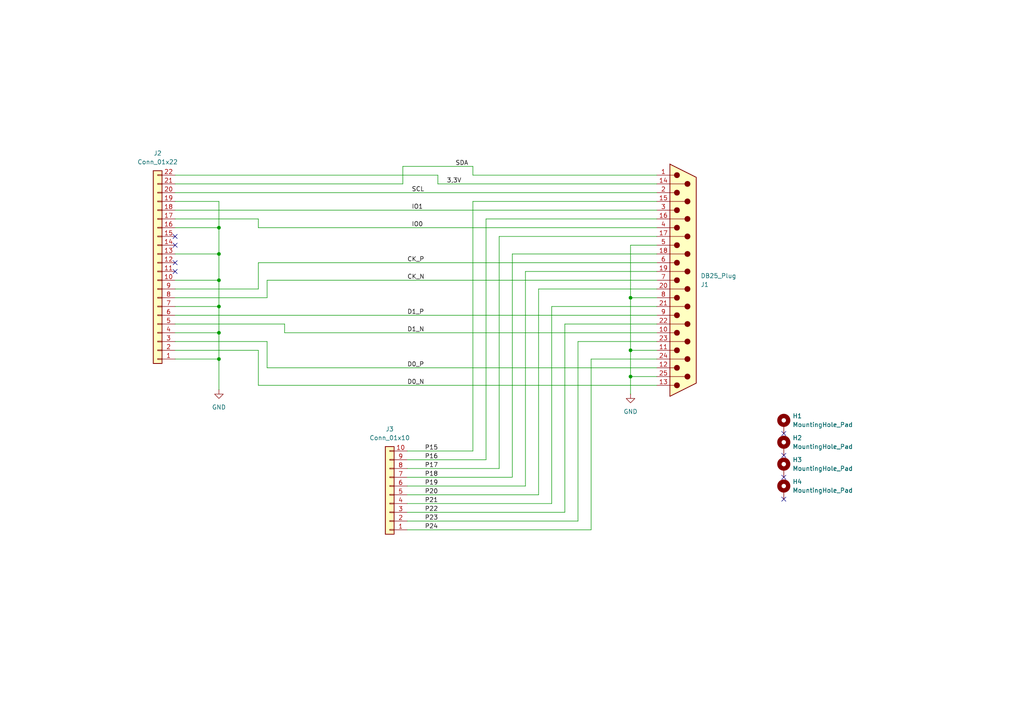
<source format=kicad_sch>
(kicad_sch
	(version 20231120)
	(generator "eeschema")
	(generator_version "8.0")
	(uuid "044f15a3-5b90-4612-b65c-7fc94cbf027b")
	(paper "A4")
	(lib_symbols
		(symbol "Connector:DB25_Plug"
			(pin_names
				(offset 1.016) hide)
			(exclude_from_sim no)
			(in_bom yes)
			(on_board yes)
			(property "Reference" "J"
				(at 0 34.29 0)
				(effects
					(font
						(size 1.27 1.27)
					)
				)
			)
			(property "Value" "DB25_Plug"
				(at 0 -34.925 0)
				(effects
					(font
						(size 1.27 1.27)
					)
				)
			)
			(property "Footprint" ""
				(at 0 0 0)
				(effects
					(font
						(size 1.27 1.27)
					)
					(hide yes)
				)
			)
			(property "Datasheet" "~"
				(at 0 0 0)
				(effects
					(font
						(size 1.27 1.27)
					)
					(hide yes)
				)
			)
			(property "Description" "25-pin male plug pin D-SUB connector"
				(at 0 0 0)
				(effects
					(font
						(size 1.27 1.27)
					)
					(hide yes)
				)
			)
			(property "ki_keywords" "male plug D-SUB connector"
				(at 0 0 0)
				(effects
					(font
						(size 1.27 1.27)
					)
					(hide yes)
				)
			)
			(property "ki_fp_filters" "DSUB*Male*"
				(at 0 0 0)
				(effects
					(font
						(size 1.27 1.27)
					)
					(hide yes)
				)
			)
			(symbol "DB25_Plug_0_1"
				(circle
					(center -1.778 -30.48)
					(radius 0.762)
					(stroke
						(width 0)
						(type default)
					)
					(fill
						(type outline)
					)
				)
				(circle
					(center -1.778 -25.4)
					(radius 0.762)
					(stroke
						(width 0)
						(type default)
					)
					(fill
						(type outline)
					)
				)
				(circle
					(center -1.778 -20.32)
					(radius 0.762)
					(stroke
						(width 0)
						(type default)
					)
					(fill
						(type outline)
					)
				)
				(circle
					(center -1.778 -15.24)
					(radius 0.762)
					(stroke
						(width 0)
						(type default)
					)
					(fill
						(type outline)
					)
				)
				(circle
					(center -1.778 -10.16)
					(radius 0.762)
					(stroke
						(width 0)
						(type default)
					)
					(fill
						(type outline)
					)
				)
				(circle
					(center -1.778 -5.08)
					(radius 0.762)
					(stroke
						(width 0)
						(type default)
					)
					(fill
						(type outline)
					)
				)
				(circle
					(center -1.778 0)
					(radius 0.762)
					(stroke
						(width 0)
						(type default)
					)
					(fill
						(type outline)
					)
				)
				(circle
					(center -1.778 5.08)
					(radius 0.762)
					(stroke
						(width 0)
						(type default)
					)
					(fill
						(type outline)
					)
				)
				(circle
					(center -1.778 10.16)
					(radius 0.762)
					(stroke
						(width 0)
						(type default)
					)
					(fill
						(type outline)
					)
				)
				(circle
					(center -1.778 15.24)
					(radius 0.762)
					(stroke
						(width 0)
						(type default)
					)
					(fill
						(type outline)
					)
				)
				(circle
					(center -1.778 20.32)
					(radius 0.762)
					(stroke
						(width 0)
						(type default)
					)
					(fill
						(type outline)
					)
				)
				(circle
					(center -1.778 25.4)
					(radius 0.762)
					(stroke
						(width 0)
						(type default)
					)
					(fill
						(type outline)
					)
				)
				(circle
					(center -1.778 30.48)
					(radius 0.762)
					(stroke
						(width 0)
						(type default)
					)
					(fill
						(type outline)
					)
				)
				(polyline
					(pts
						(xy -3.81 -30.48) (xy -2.54 -30.48)
					)
					(stroke
						(width 0)
						(type default)
					)
					(fill
						(type none)
					)
				)
				(polyline
					(pts
						(xy -3.81 -27.94) (xy 0.508 -27.94)
					)
					(stroke
						(width 0)
						(type default)
					)
					(fill
						(type none)
					)
				)
				(polyline
					(pts
						(xy -3.81 -25.4) (xy -2.54 -25.4)
					)
					(stroke
						(width 0)
						(type default)
					)
					(fill
						(type none)
					)
				)
				(polyline
					(pts
						(xy -3.81 -22.86) (xy 0.508 -22.86)
					)
					(stroke
						(width 0)
						(type default)
					)
					(fill
						(type none)
					)
				)
				(polyline
					(pts
						(xy -3.81 -20.32) (xy -2.54 -20.32)
					)
					(stroke
						(width 0)
						(type default)
					)
					(fill
						(type none)
					)
				)
				(polyline
					(pts
						(xy -3.81 -17.78) (xy 0.508 -17.78)
					)
					(stroke
						(width 0)
						(type default)
					)
					(fill
						(type none)
					)
				)
				(polyline
					(pts
						(xy -3.81 -15.24) (xy -2.54 -15.24)
					)
					(stroke
						(width 0)
						(type default)
					)
					(fill
						(type none)
					)
				)
				(polyline
					(pts
						(xy -3.81 -12.7) (xy 0.508 -12.7)
					)
					(stroke
						(width 0)
						(type default)
					)
					(fill
						(type none)
					)
				)
				(polyline
					(pts
						(xy -3.81 -10.16) (xy -2.54 -10.16)
					)
					(stroke
						(width 0)
						(type default)
					)
					(fill
						(type none)
					)
				)
				(polyline
					(pts
						(xy -3.81 -7.62) (xy 0.508 -7.62)
					)
					(stroke
						(width 0)
						(type default)
					)
					(fill
						(type none)
					)
				)
				(polyline
					(pts
						(xy -3.81 -5.08) (xy -2.54 -5.08)
					)
					(stroke
						(width 0)
						(type default)
					)
					(fill
						(type none)
					)
				)
				(polyline
					(pts
						(xy -3.81 -2.54) (xy 0.508 -2.54)
					)
					(stroke
						(width 0)
						(type default)
					)
					(fill
						(type none)
					)
				)
				(polyline
					(pts
						(xy -3.81 0) (xy -2.54 0)
					)
					(stroke
						(width 0)
						(type default)
					)
					(fill
						(type none)
					)
				)
				(polyline
					(pts
						(xy -3.81 2.54) (xy 0.508 2.54)
					)
					(stroke
						(width 0)
						(type default)
					)
					(fill
						(type none)
					)
				)
				(polyline
					(pts
						(xy -3.81 5.08) (xy -2.54 5.08)
					)
					(stroke
						(width 0)
						(type default)
					)
					(fill
						(type none)
					)
				)
				(polyline
					(pts
						(xy -3.81 7.62) (xy 0.508 7.62)
					)
					(stroke
						(width 0)
						(type default)
					)
					(fill
						(type none)
					)
				)
				(polyline
					(pts
						(xy -3.81 10.16) (xy -2.54 10.16)
					)
					(stroke
						(width 0)
						(type default)
					)
					(fill
						(type none)
					)
				)
				(polyline
					(pts
						(xy -3.81 12.7) (xy 0.508 12.7)
					)
					(stroke
						(width 0)
						(type default)
					)
					(fill
						(type none)
					)
				)
				(polyline
					(pts
						(xy -3.81 15.24) (xy -2.54 15.24)
					)
					(stroke
						(width 0)
						(type default)
					)
					(fill
						(type none)
					)
				)
				(polyline
					(pts
						(xy -3.81 17.78) (xy 0.508 17.78)
					)
					(stroke
						(width 0)
						(type default)
					)
					(fill
						(type none)
					)
				)
				(polyline
					(pts
						(xy -3.81 20.32) (xy -2.54 20.32)
					)
					(stroke
						(width 0)
						(type default)
					)
					(fill
						(type none)
					)
				)
				(polyline
					(pts
						(xy -3.81 22.86) (xy 0.508 22.86)
					)
					(stroke
						(width 0)
						(type default)
					)
					(fill
						(type none)
					)
				)
				(polyline
					(pts
						(xy -3.81 25.4) (xy -2.54 25.4)
					)
					(stroke
						(width 0)
						(type default)
					)
					(fill
						(type none)
					)
				)
				(polyline
					(pts
						(xy -3.81 27.94) (xy 0.508 27.94)
					)
					(stroke
						(width 0)
						(type default)
					)
					(fill
						(type none)
					)
				)
				(polyline
					(pts
						(xy -3.81 30.48) (xy -2.54 30.48)
					)
					(stroke
						(width 0)
						(type default)
					)
					(fill
						(type none)
					)
				)
				(polyline
					(pts
						(xy -3.81 -33.655) (xy 3.81 -29.845) (xy 3.81 29.845) (xy -3.81 33.655) (xy -3.81 -33.655)
					)
					(stroke
						(width 0.254)
						(type default)
					)
					(fill
						(type background)
					)
				)
				(circle
					(center 1.27 -27.94)
					(radius 0.762)
					(stroke
						(width 0)
						(type default)
					)
					(fill
						(type outline)
					)
				)
				(circle
					(center 1.27 -22.86)
					(radius 0.762)
					(stroke
						(width 0)
						(type default)
					)
					(fill
						(type outline)
					)
				)
				(circle
					(center 1.27 -17.78)
					(radius 0.762)
					(stroke
						(width 0)
						(type default)
					)
					(fill
						(type outline)
					)
				)
				(circle
					(center 1.27 -12.7)
					(radius 0.762)
					(stroke
						(width 0)
						(type default)
					)
					(fill
						(type outline)
					)
				)
				(circle
					(center 1.27 -7.62)
					(radius 0.762)
					(stroke
						(width 0)
						(type default)
					)
					(fill
						(type outline)
					)
				)
				(circle
					(center 1.27 -2.54)
					(radius 0.762)
					(stroke
						(width 0)
						(type default)
					)
					(fill
						(type outline)
					)
				)
				(circle
					(center 1.27 2.54)
					(radius 0.762)
					(stroke
						(width 0)
						(type default)
					)
					(fill
						(type outline)
					)
				)
				(circle
					(center 1.27 7.62)
					(radius 0.762)
					(stroke
						(width 0)
						(type default)
					)
					(fill
						(type outline)
					)
				)
				(circle
					(center 1.27 12.7)
					(radius 0.762)
					(stroke
						(width 0)
						(type default)
					)
					(fill
						(type outline)
					)
				)
				(circle
					(center 1.27 17.78)
					(radius 0.762)
					(stroke
						(width 0)
						(type default)
					)
					(fill
						(type outline)
					)
				)
				(circle
					(center 1.27 22.86)
					(radius 0.762)
					(stroke
						(width 0)
						(type default)
					)
					(fill
						(type outline)
					)
				)
				(circle
					(center 1.27 27.94)
					(radius 0.762)
					(stroke
						(width 0)
						(type default)
					)
					(fill
						(type outline)
					)
				)
			)
			(symbol "DB25_Plug_1_1"
				(pin passive line
					(at -7.62 -30.48 0)
					(length 3.81)
					(name "1"
						(effects
							(font
								(size 1.27 1.27)
							)
						)
					)
					(number "1"
						(effects
							(font
								(size 1.27 1.27)
							)
						)
					)
				)
				(pin passive line
					(at -7.62 15.24 0)
					(length 3.81)
					(name "10"
						(effects
							(font
								(size 1.27 1.27)
							)
						)
					)
					(number "10"
						(effects
							(font
								(size 1.27 1.27)
							)
						)
					)
				)
				(pin passive line
					(at -7.62 20.32 0)
					(length 3.81)
					(name "11"
						(effects
							(font
								(size 1.27 1.27)
							)
						)
					)
					(number "11"
						(effects
							(font
								(size 1.27 1.27)
							)
						)
					)
				)
				(pin passive line
					(at -7.62 25.4 0)
					(length 3.81)
					(name "12"
						(effects
							(font
								(size 1.27 1.27)
							)
						)
					)
					(number "12"
						(effects
							(font
								(size 1.27 1.27)
							)
						)
					)
				)
				(pin passive line
					(at -7.62 30.48 0)
					(length 3.81)
					(name "13"
						(effects
							(font
								(size 1.27 1.27)
							)
						)
					)
					(number "13"
						(effects
							(font
								(size 1.27 1.27)
							)
						)
					)
				)
				(pin passive line
					(at -7.62 -27.94 0)
					(length 3.81)
					(name "P14"
						(effects
							(font
								(size 1.27 1.27)
							)
						)
					)
					(number "14"
						(effects
							(font
								(size 1.27 1.27)
							)
						)
					)
				)
				(pin passive line
					(at -7.62 -22.86 0)
					(length 3.81)
					(name "P15"
						(effects
							(font
								(size 1.27 1.27)
							)
						)
					)
					(number "15"
						(effects
							(font
								(size 1.27 1.27)
							)
						)
					)
				)
				(pin passive line
					(at -7.62 -17.78 0)
					(length 3.81)
					(name "P16"
						(effects
							(font
								(size 1.27 1.27)
							)
						)
					)
					(number "16"
						(effects
							(font
								(size 1.27 1.27)
							)
						)
					)
				)
				(pin passive line
					(at -7.62 -12.7 0)
					(length 3.81)
					(name "P17"
						(effects
							(font
								(size 1.27 1.27)
							)
						)
					)
					(number "17"
						(effects
							(font
								(size 1.27 1.27)
							)
						)
					)
				)
				(pin passive line
					(at -7.62 -7.62 0)
					(length 3.81)
					(name "P18"
						(effects
							(font
								(size 1.27 1.27)
							)
						)
					)
					(number "18"
						(effects
							(font
								(size 1.27 1.27)
							)
						)
					)
				)
				(pin passive line
					(at -7.62 -2.54 0)
					(length 3.81)
					(name "P19"
						(effects
							(font
								(size 1.27 1.27)
							)
						)
					)
					(number "19"
						(effects
							(font
								(size 1.27 1.27)
							)
						)
					)
				)
				(pin passive line
					(at -7.62 -25.4 0)
					(length 3.81)
					(name "2"
						(effects
							(font
								(size 1.27 1.27)
							)
						)
					)
					(number "2"
						(effects
							(font
								(size 1.27 1.27)
							)
						)
					)
				)
				(pin passive line
					(at -7.62 2.54 0)
					(length 3.81)
					(name "P20"
						(effects
							(font
								(size 1.27 1.27)
							)
						)
					)
					(number "20"
						(effects
							(font
								(size 1.27 1.27)
							)
						)
					)
				)
				(pin passive line
					(at -7.62 7.62 0)
					(length 3.81)
					(name "P21"
						(effects
							(font
								(size 1.27 1.27)
							)
						)
					)
					(number "21"
						(effects
							(font
								(size 1.27 1.27)
							)
						)
					)
				)
				(pin passive line
					(at -7.62 12.7 0)
					(length 3.81)
					(name "P22"
						(effects
							(font
								(size 1.27 1.27)
							)
						)
					)
					(number "22"
						(effects
							(font
								(size 1.27 1.27)
							)
						)
					)
				)
				(pin passive line
					(at -7.62 17.78 0)
					(length 3.81)
					(name "P23"
						(effects
							(font
								(size 1.27 1.27)
							)
						)
					)
					(number "23"
						(effects
							(font
								(size 1.27 1.27)
							)
						)
					)
				)
				(pin passive line
					(at -7.62 22.86 0)
					(length 3.81)
					(name "P24"
						(effects
							(font
								(size 1.27 1.27)
							)
						)
					)
					(number "24"
						(effects
							(font
								(size 1.27 1.27)
							)
						)
					)
				)
				(pin passive line
					(at -7.62 27.94 0)
					(length 3.81)
					(name "P25"
						(effects
							(font
								(size 1.27 1.27)
							)
						)
					)
					(number "25"
						(effects
							(font
								(size 1.27 1.27)
							)
						)
					)
				)
				(pin passive line
					(at -7.62 -20.32 0)
					(length 3.81)
					(name "3"
						(effects
							(font
								(size 1.27 1.27)
							)
						)
					)
					(number "3"
						(effects
							(font
								(size 1.27 1.27)
							)
						)
					)
				)
				(pin passive line
					(at -7.62 -15.24 0)
					(length 3.81)
					(name "4"
						(effects
							(font
								(size 1.27 1.27)
							)
						)
					)
					(number "4"
						(effects
							(font
								(size 1.27 1.27)
							)
						)
					)
				)
				(pin passive line
					(at -7.62 -10.16 0)
					(length 3.81)
					(name "5"
						(effects
							(font
								(size 1.27 1.27)
							)
						)
					)
					(number "5"
						(effects
							(font
								(size 1.27 1.27)
							)
						)
					)
				)
				(pin passive line
					(at -7.62 -5.08 0)
					(length 3.81)
					(name "6"
						(effects
							(font
								(size 1.27 1.27)
							)
						)
					)
					(number "6"
						(effects
							(font
								(size 1.27 1.27)
							)
						)
					)
				)
				(pin passive line
					(at -7.62 0 0)
					(length 3.81)
					(name "7"
						(effects
							(font
								(size 1.27 1.27)
							)
						)
					)
					(number "7"
						(effects
							(font
								(size 1.27 1.27)
							)
						)
					)
				)
				(pin passive line
					(at -7.62 5.08 0)
					(length 3.81)
					(name "8"
						(effects
							(font
								(size 1.27 1.27)
							)
						)
					)
					(number "8"
						(effects
							(font
								(size 1.27 1.27)
							)
						)
					)
				)
				(pin passive line
					(at -7.62 10.16 0)
					(length 3.81)
					(name "9"
						(effects
							(font
								(size 1.27 1.27)
							)
						)
					)
					(number "9"
						(effects
							(font
								(size 1.27 1.27)
							)
						)
					)
				)
			)
		)
		(symbol "Connector_Generic:Conn_01x10"
			(pin_names
				(offset 1.016) hide)
			(exclude_from_sim no)
			(in_bom yes)
			(on_board yes)
			(property "Reference" "J"
				(at 0 12.7 0)
				(effects
					(font
						(size 1.27 1.27)
					)
				)
			)
			(property "Value" "Conn_01x10"
				(at 0 -15.24 0)
				(effects
					(font
						(size 1.27 1.27)
					)
				)
			)
			(property "Footprint" ""
				(at 0 0 0)
				(effects
					(font
						(size 1.27 1.27)
					)
					(hide yes)
				)
			)
			(property "Datasheet" "~"
				(at 0 0 0)
				(effects
					(font
						(size 1.27 1.27)
					)
					(hide yes)
				)
			)
			(property "Description" "Generic connector, single row, 01x10, script generated (kicad-library-utils/schlib/autogen/connector/)"
				(at 0 0 0)
				(effects
					(font
						(size 1.27 1.27)
					)
					(hide yes)
				)
			)
			(property "ki_keywords" "connector"
				(at 0 0 0)
				(effects
					(font
						(size 1.27 1.27)
					)
					(hide yes)
				)
			)
			(property "ki_fp_filters" "Connector*:*_1x??_*"
				(at 0 0 0)
				(effects
					(font
						(size 1.27 1.27)
					)
					(hide yes)
				)
			)
			(symbol "Conn_01x10_1_1"
				(rectangle
					(start -1.27 -12.573)
					(end 0 -12.827)
					(stroke
						(width 0.1524)
						(type default)
					)
					(fill
						(type none)
					)
				)
				(rectangle
					(start -1.27 -10.033)
					(end 0 -10.287)
					(stroke
						(width 0.1524)
						(type default)
					)
					(fill
						(type none)
					)
				)
				(rectangle
					(start -1.27 -7.493)
					(end 0 -7.747)
					(stroke
						(width 0.1524)
						(type default)
					)
					(fill
						(type none)
					)
				)
				(rectangle
					(start -1.27 -4.953)
					(end 0 -5.207)
					(stroke
						(width 0.1524)
						(type default)
					)
					(fill
						(type none)
					)
				)
				(rectangle
					(start -1.27 -2.413)
					(end 0 -2.667)
					(stroke
						(width 0.1524)
						(type default)
					)
					(fill
						(type none)
					)
				)
				(rectangle
					(start -1.27 0.127)
					(end 0 -0.127)
					(stroke
						(width 0.1524)
						(type default)
					)
					(fill
						(type none)
					)
				)
				(rectangle
					(start -1.27 2.667)
					(end 0 2.413)
					(stroke
						(width 0.1524)
						(type default)
					)
					(fill
						(type none)
					)
				)
				(rectangle
					(start -1.27 5.207)
					(end 0 4.953)
					(stroke
						(width 0.1524)
						(type default)
					)
					(fill
						(type none)
					)
				)
				(rectangle
					(start -1.27 7.747)
					(end 0 7.493)
					(stroke
						(width 0.1524)
						(type default)
					)
					(fill
						(type none)
					)
				)
				(rectangle
					(start -1.27 10.287)
					(end 0 10.033)
					(stroke
						(width 0.1524)
						(type default)
					)
					(fill
						(type none)
					)
				)
				(rectangle
					(start -1.27 11.43)
					(end 1.27 -13.97)
					(stroke
						(width 0.254)
						(type default)
					)
					(fill
						(type background)
					)
				)
				(pin passive line
					(at -5.08 10.16 0)
					(length 3.81)
					(name "Pin_1"
						(effects
							(font
								(size 1.27 1.27)
							)
						)
					)
					(number "1"
						(effects
							(font
								(size 1.27 1.27)
							)
						)
					)
				)
				(pin passive line
					(at -5.08 -12.7 0)
					(length 3.81)
					(name "Pin_10"
						(effects
							(font
								(size 1.27 1.27)
							)
						)
					)
					(number "10"
						(effects
							(font
								(size 1.27 1.27)
							)
						)
					)
				)
				(pin passive line
					(at -5.08 7.62 0)
					(length 3.81)
					(name "Pin_2"
						(effects
							(font
								(size 1.27 1.27)
							)
						)
					)
					(number "2"
						(effects
							(font
								(size 1.27 1.27)
							)
						)
					)
				)
				(pin passive line
					(at -5.08 5.08 0)
					(length 3.81)
					(name "Pin_3"
						(effects
							(font
								(size 1.27 1.27)
							)
						)
					)
					(number "3"
						(effects
							(font
								(size 1.27 1.27)
							)
						)
					)
				)
				(pin passive line
					(at -5.08 2.54 0)
					(length 3.81)
					(name "Pin_4"
						(effects
							(font
								(size 1.27 1.27)
							)
						)
					)
					(number "4"
						(effects
							(font
								(size 1.27 1.27)
							)
						)
					)
				)
				(pin passive line
					(at -5.08 0 0)
					(length 3.81)
					(name "Pin_5"
						(effects
							(font
								(size 1.27 1.27)
							)
						)
					)
					(number "5"
						(effects
							(font
								(size 1.27 1.27)
							)
						)
					)
				)
				(pin passive line
					(at -5.08 -2.54 0)
					(length 3.81)
					(name "Pin_6"
						(effects
							(font
								(size 1.27 1.27)
							)
						)
					)
					(number "6"
						(effects
							(font
								(size 1.27 1.27)
							)
						)
					)
				)
				(pin passive line
					(at -5.08 -5.08 0)
					(length 3.81)
					(name "Pin_7"
						(effects
							(font
								(size 1.27 1.27)
							)
						)
					)
					(number "7"
						(effects
							(font
								(size 1.27 1.27)
							)
						)
					)
				)
				(pin passive line
					(at -5.08 -7.62 0)
					(length 3.81)
					(name "Pin_8"
						(effects
							(font
								(size 1.27 1.27)
							)
						)
					)
					(number "8"
						(effects
							(font
								(size 1.27 1.27)
							)
						)
					)
				)
				(pin passive line
					(at -5.08 -10.16 0)
					(length 3.81)
					(name "Pin_9"
						(effects
							(font
								(size 1.27 1.27)
							)
						)
					)
					(number "9"
						(effects
							(font
								(size 1.27 1.27)
							)
						)
					)
				)
			)
		)
		(symbol "Connector_Generic:Conn_01x22"
			(pin_names
				(offset 1.016) hide)
			(exclude_from_sim no)
			(in_bom yes)
			(on_board yes)
			(property "Reference" "J"
				(at 0 27.94 0)
				(effects
					(font
						(size 1.27 1.27)
					)
				)
			)
			(property "Value" "Conn_01x22"
				(at 0 -30.48 0)
				(effects
					(font
						(size 1.27 1.27)
					)
				)
			)
			(property "Footprint" ""
				(at 0 0 0)
				(effects
					(font
						(size 1.27 1.27)
					)
					(hide yes)
				)
			)
			(property "Datasheet" "~"
				(at 0 0 0)
				(effects
					(font
						(size 1.27 1.27)
					)
					(hide yes)
				)
			)
			(property "Description" "Generic connector, single row, 01x22, script generated (kicad-library-utils/schlib/autogen/connector/)"
				(at 0 0 0)
				(effects
					(font
						(size 1.27 1.27)
					)
					(hide yes)
				)
			)
			(property "ki_keywords" "connector"
				(at 0 0 0)
				(effects
					(font
						(size 1.27 1.27)
					)
					(hide yes)
				)
			)
			(property "ki_fp_filters" "Connector*:*_1x??_*"
				(at 0 0 0)
				(effects
					(font
						(size 1.27 1.27)
					)
					(hide yes)
				)
			)
			(symbol "Conn_01x22_1_1"
				(rectangle
					(start -1.27 -27.813)
					(end 0 -28.067)
					(stroke
						(width 0.1524)
						(type default)
					)
					(fill
						(type none)
					)
				)
				(rectangle
					(start -1.27 -25.273)
					(end 0 -25.527)
					(stroke
						(width 0.1524)
						(type default)
					)
					(fill
						(type none)
					)
				)
				(rectangle
					(start -1.27 -22.733)
					(end 0 -22.987)
					(stroke
						(width 0.1524)
						(type default)
					)
					(fill
						(type none)
					)
				)
				(rectangle
					(start -1.27 -20.193)
					(end 0 -20.447)
					(stroke
						(width 0.1524)
						(type default)
					)
					(fill
						(type none)
					)
				)
				(rectangle
					(start -1.27 -17.653)
					(end 0 -17.907)
					(stroke
						(width 0.1524)
						(type default)
					)
					(fill
						(type none)
					)
				)
				(rectangle
					(start -1.27 -15.113)
					(end 0 -15.367)
					(stroke
						(width 0.1524)
						(type default)
					)
					(fill
						(type none)
					)
				)
				(rectangle
					(start -1.27 -12.573)
					(end 0 -12.827)
					(stroke
						(width 0.1524)
						(type default)
					)
					(fill
						(type none)
					)
				)
				(rectangle
					(start -1.27 -10.033)
					(end 0 -10.287)
					(stroke
						(width 0.1524)
						(type default)
					)
					(fill
						(type none)
					)
				)
				(rectangle
					(start -1.27 -7.493)
					(end 0 -7.747)
					(stroke
						(width 0.1524)
						(type default)
					)
					(fill
						(type none)
					)
				)
				(rectangle
					(start -1.27 -4.953)
					(end 0 -5.207)
					(stroke
						(width 0.1524)
						(type default)
					)
					(fill
						(type none)
					)
				)
				(rectangle
					(start -1.27 -2.413)
					(end 0 -2.667)
					(stroke
						(width 0.1524)
						(type default)
					)
					(fill
						(type none)
					)
				)
				(rectangle
					(start -1.27 0.127)
					(end 0 -0.127)
					(stroke
						(width 0.1524)
						(type default)
					)
					(fill
						(type none)
					)
				)
				(rectangle
					(start -1.27 2.667)
					(end 0 2.413)
					(stroke
						(width 0.1524)
						(type default)
					)
					(fill
						(type none)
					)
				)
				(rectangle
					(start -1.27 5.207)
					(end 0 4.953)
					(stroke
						(width 0.1524)
						(type default)
					)
					(fill
						(type none)
					)
				)
				(rectangle
					(start -1.27 7.747)
					(end 0 7.493)
					(stroke
						(width 0.1524)
						(type default)
					)
					(fill
						(type none)
					)
				)
				(rectangle
					(start -1.27 10.287)
					(end 0 10.033)
					(stroke
						(width 0.1524)
						(type default)
					)
					(fill
						(type none)
					)
				)
				(rectangle
					(start -1.27 12.827)
					(end 0 12.573)
					(stroke
						(width 0.1524)
						(type default)
					)
					(fill
						(type none)
					)
				)
				(rectangle
					(start -1.27 15.367)
					(end 0 15.113)
					(stroke
						(width 0.1524)
						(type default)
					)
					(fill
						(type none)
					)
				)
				(rectangle
					(start -1.27 17.907)
					(end 0 17.653)
					(stroke
						(width 0.1524)
						(type default)
					)
					(fill
						(type none)
					)
				)
				(rectangle
					(start -1.27 20.447)
					(end 0 20.193)
					(stroke
						(width 0.1524)
						(type default)
					)
					(fill
						(type none)
					)
				)
				(rectangle
					(start -1.27 22.987)
					(end 0 22.733)
					(stroke
						(width 0.1524)
						(type default)
					)
					(fill
						(type none)
					)
				)
				(rectangle
					(start -1.27 25.527)
					(end 0 25.273)
					(stroke
						(width 0.1524)
						(type default)
					)
					(fill
						(type none)
					)
				)
				(rectangle
					(start -1.27 26.67)
					(end 1.27 -29.21)
					(stroke
						(width 0.254)
						(type default)
					)
					(fill
						(type background)
					)
				)
				(pin passive line
					(at -5.08 25.4 0)
					(length 3.81)
					(name "Pin_1"
						(effects
							(font
								(size 1.27 1.27)
							)
						)
					)
					(number "1"
						(effects
							(font
								(size 1.27 1.27)
							)
						)
					)
				)
				(pin passive line
					(at -5.08 2.54 0)
					(length 3.81)
					(name "Pin_10"
						(effects
							(font
								(size 1.27 1.27)
							)
						)
					)
					(number "10"
						(effects
							(font
								(size 1.27 1.27)
							)
						)
					)
				)
				(pin passive line
					(at -5.08 0 0)
					(length 3.81)
					(name "Pin_11"
						(effects
							(font
								(size 1.27 1.27)
							)
						)
					)
					(number "11"
						(effects
							(font
								(size 1.27 1.27)
							)
						)
					)
				)
				(pin passive line
					(at -5.08 -2.54 0)
					(length 3.81)
					(name "Pin_12"
						(effects
							(font
								(size 1.27 1.27)
							)
						)
					)
					(number "12"
						(effects
							(font
								(size 1.27 1.27)
							)
						)
					)
				)
				(pin passive line
					(at -5.08 -5.08 0)
					(length 3.81)
					(name "Pin_13"
						(effects
							(font
								(size 1.27 1.27)
							)
						)
					)
					(number "13"
						(effects
							(font
								(size 1.27 1.27)
							)
						)
					)
				)
				(pin passive line
					(at -5.08 -7.62 0)
					(length 3.81)
					(name "Pin_14"
						(effects
							(font
								(size 1.27 1.27)
							)
						)
					)
					(number "14"
						(effects
							(font
								(size 1.27 1.27)
							)
						)
					)
				)
				(pin passive line
					(at -5.08 -10.16 0)
					(length 3.81)
					(name "Pin_15"
						(effects
							(font
								(size 1.27 1.27)
							)
						)
					)
					(number "15"
						(effects
							(font
								(size 1.27 1.27)
							)
						)
					)
				)
				(pin passive line
					(at -5.08 -12.7 0)
					(length 3.81)
					(name "Pin_16"
						(effects
							(font
								(size 1.27 1.27)
							)
						)
					)
					(number "16"
						(effects
							(font
								(size 1.27 1.27)
							)
						)
					)
				)
				(pin passive line
					(at -5.08 -15.24 0)
					(length 3.81)
					(name "Pin_17"
						(effects
							(font
								(size 1.27 1.27)
							)
						)
					)
					(number "17"
						(effects
							(font
								(size 1.27 1.27)
							)
						)
					)
				)
				(pin passive line
					(at -5.08 -17.78 0)
					(length 3.81)
					(name "Pin_18"
						(effects
							(font
								(size 1.27 1.27)
							)
						)
					)
					(number "18"
						(effects
							(font
								(size 1.27 1.27)
							)
						)
					)
				)
				(pin passive line
					(at -5.08 -20.32 0)
					(length 3.81)
					(name "Pin_19"
						(effects
							(font
								(size 1.27 1.27)
							)
						)
					)
					(number "19"
						(effects
							(font
								(size 1.27 1.27)
							)
						)
					)
				)
				(pin passive line
					(at -5.08 22.86 0)
					(length 3.81)
					(name "Pin_2"
						(effects
							(font
								(size 1.27 1.27)
							)
						)
					)
					(number "2"
						(effects
							(font
								(size 1.27 1.27)
							)
						)
					)
				)
				(pin passive line
					(at -5.08 -22.86 0)
					(length 3.81)
					(name "Pin_20"
						(effects
							(font
								(size 1.27 1.27)
							)
						)
					)
					(number "20"
						(effects
							(font
								(size 1.27 1.27)
							)
						)
					)
				)
				(pin passive line
					(at -5.08 -25.4 0)
					(length 3.81)
					(name "Pin_21"
						(effects
							(font
								(size 1.27 1.27)
							)
						)
					)
					(number "21"
						(effects
							(font
								(size 1.27 1.27)
							)
						)
					)
				)
				(pin passive line
					(at -5.08 -27.94 0)
					(length 3.81)
					(name "Pin_22"
						(effects
							(font
								(size 1.27 1.27)
							)
						)
					)
					(number "22"
						(effects
							(font
								(size 1.27 1.27)
							)
						)
					)
				)
				(pin passive line
					(at -5.08 20.32 0)
					(length 3.81)
					(name "Pin_3"
						(effects
							(font
								(size 1.27 1.27)
							)
						)
					)
					(number "3"
						(effects
							(font
								(size 1.27 1.27)
							)
						)
					)
				)
				(pin passive line
					(at -5.08 17.78 0)
					(length 3.81)
					(name "Pin_4"
						(effects
							(font
								(size 1.27 1.27)
							)
						)
					)
					(number "4"
						(effects
							(font
								(size 1.27 1.27)
							)
						)
					)
				)
				(pin passive line
					(at -5.08 15.24 0)
					(length 3.81)
					(name "Pin_5"
						(effects
							(font
								(size 1.27 1.27)
							)
						)
					)
					(number "5"
						(effects
							(font
								(size 1.27 1.27)
							)
						)
					)
				)
				(pin passive line
					(at -5.08 12.7 0)
					(length 3.81)
					(name "Pin_6"
						(effects
							(font
								(size 1.27 1.27)
							)
						)
					)
					(number "6"
						(effects
							(font
								(size 1.27 1.27)
							)
						)
					)
				)
				(pin passive line
					(at -5.08 10.16 0)
					(length 3.81)
					(name "Pin_7"
						(effects
							(font
								(size 1.27 1.27)
							)
						)
					)
					(number "7"
						(effects
							(font
								(size 1.27 1.27)
							)
						)
					)
				)
				(pin passive line
					(at -5.08 7.62 0)
					(length 3.81)
					(name "Pin_8"
						(effects
							(font
								(size 1.27 1.27)
							)
						)
					)
					(number "8"
						(effects
							(font
								(size 1.27 1.27)
							)
						)
					)
				)
				(pin passive line
					(at -5.08 5.08 0)
					(length 3.81)
					(name "Pin_9"
						(effects
							(font
								(size 1.27 1.27)
							)
						)
					)
					(number "9"
						(effects
							(font
								(size 1.27 1.27)
							)
						)
					)
				)
			)
		)
		(symbol "Mechanical:MountingHole_Pad"
			(pin_numbers hide)
			(pin_names
				(offset 1.016) hide)
			(exclude_from_sim yes)
			(in_bom no)
			(on_board yes)
			(property "Reference" "H"
				(at 0 6.35 0)
				(effects
					(font
						(size 1.27 1.27)
					)
				)
			)
			(property "Value" "MountingHole_Pad"
				(at 0 4.445 0)
				(effects
					(font
						(size 1.27 1.27)
					)
				)
			)
			(property "Footprint" ""
				(at 0 0 0)
				(effects
					(font
						(size 1.27 1.27)
					)
					(hide yes)
				)
			)
			(property "Datasheet" "~"
				(at 0 0 0)
				(effects
					(font
						(size 1.27 1.27)
					)
					(hide yes)
				)
			)
			(property "Description" "Mounting Hole with connection"
				(at 0 0 0)
				(effects
					(font
						(size 1.27 1.27)
					)
					(hide yes)
				)
			)
			(property "ki_keywords" "mounting hole"
				(at 0 0 0)
				(effects
					(font
						(size 1.27 1.27)
					)
					(hide yes)
				)
			)
			(property "ki_fp_filters" "MountingHole*Pad*"
				(at 0 0 0)
				(effects
					(font
						(size 1.27 1.27)
					)
					(hide yes)
				)
			)
			(symbol "MountingHole_Pad_0_1"
				(circle
					(center 0 1.27)
					(radius 1.27)
					(stroke
						(width 1.27)
						(type default)
					)
					(fill
						(type none)
					)
				)
			)
			(symbol "MountingHole_Pad_1_1"
				(pin input line
					(at 0 -2.54 90)
					(length 2.54)
					(name "1"
						(effects
							(font
								(size 1.27 1.27)
							)
						)
					)
					(number "1"
						(effects
							(font
								(size 1.27 1.27)
							)
						)
					)
				)
			)
		)
		(symbol "power:GND"
			(power)
			(pin_numbers hide)
			(pin_names
				(offset 0) hide)
			(exclude_from_sim no)
			(in_bom yes)
			(on_board yes)
			(property "Reference" "#PWR"
				(at 0 -6.35 0)
				(effects
					(font
						(size 1.27 1.27)
					)
					(hide yes)
				)
			)
			(property "Value" "GND"
				(at 0 -3.81 0)
				(effects
					(font
						(size 1.27 1.27)
					)
				)
			)
			(property "Footprint" ""
				(at 0 0 0)
				(effects
					(font
						(size 1.27 1.27)
					)
					(hide yes)
				)
			)
			(property "Datasheet" ""
				(at 0 0 0)
				(effects
					(font
						(size 1.27 1.27)
					)
					(hide yes)
				)
			)
			(property "Description" "Power symbol creates a global label with name \"GND\" , ground"
				(at 0 0 0)
				(effects
					(font
						(size 1.27 1.27)
					)
					(hide yes)
				)
			)
			(property "ki_keywords" "global power"
				(at 0 0 0)
				(effects
					(font
						(size 1.27 1.27)
					)
					(hide yes)
				)
			)
			(symbol "GND_0_1"
				(polyline
					(pts
						(xy 0 0) (xy 0 -1.27) (xy 1.27 -1.27) (xy 0 -2.54) (xy -1.27 -1.27) (xy 0 -1.27)
					)
					(stroke
						(width 0)
						(type default)
					)
					(fill
						(type none)
					)
				)
			)
			(symbol "GND_1_1"
				(pin power_in line
					(at 0 0 270)
					(length 0)
					(name "~"
						(effects
							(font
								(size 1.27 1.27)
							)
						)
					)
					(number "1"
						(effects
							(font
								(size 1.27 1.27)
							)
						)
					)
				)
			)
		)
	)
	(junction
		(at 182.88 101.6)
		(diameter 0)
		(color 0 0 0 0)
		(uuid "53b3a481-e458-46af-8ff9-fd7cf24568ab")
	)
	(junction
		(at 63.5 81.28)
		(diameter 0)
		(color 0 0 0 0)
		(uuid "5eb1103d-c6c1-4cca-ad0e-3d07ba05a3e1")
	)
	(junction
		(at 63.5 73.66)
		(diameter 0)
		(color 0 0 0 0)
		(uuid "6fc51c09-3495-4733-9de1-5bc5457473d1")
	)
	(junction
		(at 63.5 88.9)
		(diameter 0)
		(color 0 0 0 0)
		(uuid "71ca8d8b-bfef-47fe-b44e-172561365bfe")
	)
	(junction
		(at 63.5 104.14)
		(diameter 0)
		(color 0 0 0 0)
		(uuid "884597d8-5cc7-4389-96e3-8ec3768c35a2")
	)
	(junction
		(at 182.88 109.22)
		(diameter 0)
		(color 0 0 0 0)
		(uuid "8bb49b7d-5922-425b-aeb0-bb5331099e70")
	)
	(junction
		(at 63.5 66.04)
		(diameter 0)
		(color 0 0 0 0)
		(uuid "c8b1688f-b73f-47dc-96a9-d48a867d2c37")
	)
	(junction
		(at 182.88 86.36)
		(diameter 0)
		(color 0 0 0 0)
		(uuid "dd259966-cbda-4afb-a3db-1c620fcf8bfe")
	)
	(junction
		(at 63.5 96.52)
		(diameter 0)
		(color 0 0 0 0)
		(uuid "fce3624e-b99d-49fe-bc5e-303fa165583c")
	)
	(no_connect
		(at 50.8 76.2)
		(uuid "060ef4f6-0ece-4f4f-ae44-1e009eacb658")
	)
	(no_connect
		(at 227.33 125.73)
		(uuid "1bb19694-9503-42e3-8b36-fc72d587828b")
	)
	(no_connect
		(at 50.8 78.74)
		(uuid "53f384d0-16a3-400b-9c52-ac938b67e9c5")
	)
	(no_connect
		(at 227.33 138.43)
		(uuid "81cc2140-7760-4ba4-8f96-90eb2e5375a7")
	)
	(no_connect
		(at 227.33 132.08)
		(uuid "898040a6-1cf6-409c-b291-a93f92e88751")
	)
	(no_connect
		(at 227.33 144.78)
		(uuid "8de6c75f-5770-4925-b64d-9f25b33663c2")
	)
	(no_connect
		(at 50.8 71.12)
		(uuid "8f75f370-ef9d-4bf4-99aa-26f33174e298")
	)
	(no_connect
		(at 50.8 68.58)
		(uuid "ca0cc04d-a5af-45f2-9cc1-5148a947bf59")
	)
	(wire
		(pts
			(xy 127 53.34) (xy 127 50.8)
		)
		(stroke
			(width 0)
			(type default)
		)
		(uuid "01a8bdde-4b80-4110-a9a9-8d32ad5d9f86")
	)
	(wire
		(pts
			(xy 190.5 58.42) (xy 137.16 58.42)
		)
		(stroke
			(width 0)
			(type default)
		)
		(uuid "02bd3468-e2f9-49ce-a820-4a6d7bf06659")
	)
	(wire
		(pts
			(xy 152.4 78.74) (xy 152.4 140.97)
		)
		(stroke
			(width 0)
			(type default)
		)
		(uuid "04807b22-9890-458f-8fe0-606c7fcb784a")
	)
	(wire
		(pts
			(xy 190.5 63.5) (xy 140.97 63.5)
		)
		(stroke
			(width 0)
			(type default)
		)
		(uuid "0712a53f-bcd2-405e-aa03-34b8b0e52364")
	)
	(wire
		(pts
			(xy 63.5 81.28) (xy 63.5 88.9)
		)
		(stroke
			(width 0)
			(type default)
		)
		(uuid "09e185cd-7e19-4fca-a292-1f9a5bcce432")
	)
	(wire
		(pts
			(xy 50.8 63.5) (xy 74.93 63.5)
		)
		(stroke
			(width 0)
			(type default)
		)
		(uuid "10ed706d-6bd1-4baf-984f-9c9b768f3f14")
	)
	(wire
		(pts
			(xy 167.64 99.06) (xy 167.64 151.13)
		)
		(stroke
			(width 0)
			(type default)
		)
		(uuid "125ca5a0-5f06-4585-aba7-3cf5654efb5f")
	)
	(wire
		(pts
			(xy 190.5 73.66) (xy 148.59 73.66)
		)
		(stroke
			(width 0)
			(type default)
		)
		(uuid "13074141-6384-4382-a7e7-fbae47a80cf2")
	)
	(wire
		(pts
			(xy 127 50.8) (xy 50.8 50.8)
		)
		(stroke
			(width 0)
			(type default)
		)
		(uuid "1396da0d-01ff-43a1-8fc4-4938f58d7f43")
	)
	(wire
		(pts
			(xy 74.93 111.76) (xy 190.5 111.76)
		)
		(stroke
			(width 0)
			(type default)
		)
		(uuid "14279492-8f95-4ecb-bfca-be4d4631409c")
	)
	(wire
		(pts
			(xy 77.47 106.68) (xy 190.5 106.68)
		)
		(stroke
			(width 0)
			(type default)
		)
		(uuid "1635a630-226c-4209-9568-616ba2442b7e")
	)
	(wire
		(pts
			(xy 74.93 101.6) (xy 74.93 111.76)
		)
		(stroke
			(width 0)
			(type default)
		)
		(uuid "17bd911c-a8ff-4084-8084-7113f836a061")
	)
	(wire
		(pts
			(xy 190.5 93.98) (xy 163.83 93.98)
		)
		(stroke
			(width 0)
			(type default)
		)
		(uuid "1a0039f2-a989-4495-92e9-5957b65852b7")
	)
	(wire
		(pts
			(xy 50.8 88.9) (xy 63.5 88.9)
		)
		(stroke
			(width 0)
			(type default)
		)
		(uuid "1b19e0e0-57cb-402c-87e2-b68dfb7884f7")
	)
	(wire
		(pts
			(xy 160.02 146.05) (xy 118.11 146.05)
		)
		(stroke
			(width 0)
			(type default)
		)
		(uuid "1b78a97d-18da-478a-9014-e8e6b0b50a5e")
	)
	(wire
		(pts
			(xy 182.88 86.36) (xy 182.88 101.6)
		)
		(stroke
			(width 0)
			(type default)
		)
		(uuid "1c40ec88-7e31-4e7b-8ab9-88e5971b2eeb")
	)
	(wire
		(pts
			(xy 190.5 78.74) (xy 152.4 78.74)
		)
		(stroke
			(width 0)
			(type default)
		)
		(uuid "1fb8dc76-2d7c-419d-b989-62598f904afe")
	)
	(wire
		(pts
			(xy 116.84 48.26) (xy 137.16 48.26)
		)
		(stroke
			(width 0)
			(type default)
		)
		(uuid "26557957-6b3a-43e3-98df-0a58de5ac435")
	)
	(wire
		(pts
			(xy 163.83 93.98) (xy 163.83 148.59)
		)
		(stroke
			(width 0)
			(type default)
		)
		(uuid "27eb339e-c369-42f9-946f-de6bada04b9a")
	)
	(wire
		(pts
			(xy 50.8 83.82) (xy 74.93 83.82)
		)
		(stroke
			(width 0)
			(type default)
		)
		(uuid "2857172d-f58a-4d04-9a68-091f8b78f13c")
	)
	(wire
		(pts
			(xy 77.47 99.06) (xy 77.47 106.68)
		)
		(stroke
			(width 0)
			(type default)
		)
		(uuid "2efba231-4f4b-4b85-8514-8079c7383661")
	)
	(wire
		(pts
			(xy 190.5 99.06) (xy 167.64 99.06)
		)
		(stroke
			(width 0)
			(type default)
		)
		(uuid "33a3a893-d49c-441e-9fe3-894cbf98865d")
	)
	(wire
		(pts
			(xy 144.78 68.58) (xy 144.78 135.89)
		)
		(stroke
			(width 0)
			(type default)
		)
		(uuid "36ca15f5-66a7-4b18-acf2-07987c756eb0")
	)
	(wire
		(pts
			(xy 116.84 53.34) (xy 116.84 48.26)
		)
		(stroke
			(width 0)
			(type default)
		)
		(uuid "388d86a5-03e3-4c1b-9e0c-c582b1309f26")
	)
	(wire
		(pts
			(xy 74.93 63.5) (xy 74.93 66.04)
		)
		(stroke
			(width 0)
			(type default)
		)
		(uuid "3c64a4a1-8077-4954-a75f-33245e6da647")
	)
	(wire
		(pts
			(xy 190.5 71.12) (xy 182.88 71.12)
		)
		(stroke
			(width 0)
			(type default)
		)
		(uuid "3ce4668b-a2b6-4fe4-bd45-3c329b4da105")
	)
	(wire
		(pts
			(xy 171.45 104.14) (xy 171.45 153.67)
		)
		(stroke
			(width 0)
			(type default)
		)
		(uuid "478cd9f1-c687-4ee3-9a4b-990d90d3b319")
	)
	(wire
		(pts
			(xy 182.88 86.36) (xy 190.5 86.36)
		)
		(stroke
			(width 0)
			(type default)
		)
		(uuid "49f093a3-48a9-4b09-9274-4b1b8a7ff135")
	)
	(wire
		(pts
			(xy 182.88 109.22) (xy 182.88 114.3)
		)
		(stroke
			(width 0)
			(type default)
		)
		(uuid "4b44c668-d962-45db-a450-3551afe9f383")
	)
	(wire
		(pts
			(xy 167.64 151.13) (xy 118.11 151.13)
		)
		(stroke
			(width 0)
			(type default)
		)
		(uuid "4d764e48-441b-49c3-a929-6f2e88766822")
	)
	(wire
		(pts
			(xy 163.83 148.59) (xy 118.11 148.59)
		)
		(stroke
			(width 0)
			(type default)
		)
		(uuid "506b66f8-b62d-4fa0-8d01-aa276346290d")
	)
	(wire
		(pts
			(xy 50.8 60.96) (xy 190.5 60.96)
		)
		(stroke
			(width 0)
			(type default)
		)
		(uuid "53c24c6a-e66f-43b3-83fc-2cf4a7ee8647")
	)
	(wire
		(pts
			(xy 156.21 143.51) (xy 118.11 143.51)
		)
		(stroke
			(width 0)
			(type default)
		)
		(uuid "54afabc2-2da3-4bf1-ac31-38141df7dc28")
	)
	(wire
		(pts
			(xy 77.47 81.28) (xy 190.5 81.28)
		)
		(stroke
			(width 0)
			(type default)
		)
		(uuid "5778c107-5972-449d-969f-bc9c7d114cd2")
	)
	(wire
		(pts
			(xy 50.8 104.14) (xy 63.5 104.14)
		)
		(stroke
			(width 0)
			(type default)
		)
		(uuid "59e7b36e-0dfd-42b1-b189-8b625726a3e2")
	)
	(wire
		(pts
			(xy 182.88 101.6) (xy 182.88 109.22)
		)
		(stroke
			(width 0)
			(type default)
		)
		(uuid "671402bb-9879-4270-b9da-c1f820d5563a")
	)
	(wire
		(pts
			(xy 50.8 55.88) (xy 190.5 55.88)
		)
		(stroke
			(width 0)
			(type default)
		)
		(uuid "6ac41b4a-ffe7-404c-88d8-ac24fb9bd9e4")
	)
	(wire
		(pts
			(xy 152.4 140.97) (xy 118.11 140.97)
		)
		(stroke
			(width 0)
			(type default)
		)
		(uuid "6f57682e-2d12-4de8-a68f-d7ff11b904f8")
	)
	(wire
		(pts
			(xy 63.5 96.52) (xy 63.5 104.14)
		)
		(stroke
			(width 0)
			(type default)
		)
		(uuid "72f2e029-d80b-4f3b-a548-1961f24a8be4")
	)
	(wire
		(pts
			(xy 144.78 135.89) (xy 118.11 135.89)
		)
		(stroke
			(width 0)
			(type default)
		)
		(uuid "73ff8f44-8732-4f38-ae7b-8f74e1a2a81f")
	)
	(wire
		(pts
			(xy 160.02 88.9) (xy 160.02 146.05)
		)
		(stroke
			(width 0)
			(type default)
		)
		(uuid "7409bd5f-e095-4018-b35e-349a5fc94e76")
	)
	(wire
		(pts
			(xy 74.93 66.04) (xy 190.5 66.04)
		)
		(stroke
			(width 0)
			(type default)
		)
		(uuid "750e5133-2aa4-4302-8c35-94b7118fa403")
	)
	(wire
		(pts
			(xy 74.93 76.2) (xy 190.5 76.2)
		)
		(stroke
			(width 0)
			(type default)
		)
		(uuid "762e0ac3-e91d-4a20-83b4-a9a7d5ae3f42")
	)
	(wire
		(pts
			(xy 137.16 48.26) (xy 137.16 50.8)
		)
		(stroke
			(width 0)
			(type default)
		)
		(uuid "7806b281-bd51-4d4c-93ae-6bfd8e35b2e6")
	)
	(wire
		(pts
			(xy 63.5 73.66) (xy 63.5 81.28)
		)
		(stroke
			(width 0)
			(type default)
		)
		(uuid "78d792af-e5d6-42d6-9b1c-b3fd387c7114")
	)
	(wire
		(pts
			(xy 50.8 101.6) (xy 74.93 101.6)
		)
		(stroke
			(width 0)
			(type default)
		)
		(uuid "87308d3e-3764-4820-b139-2a0e9fa4fad9")
	)
	(wire
		(pts
			(xy 50.8 66.04) (xy 63.5 66.04)
		)
		(stroke
			(width 0)
			(type default)
		)
		(uuid "9087b1f4-bf94-47c6-98e1-6c12b45b8fe6")
	)
	(wire
		(pts
			(xy 63.5 66.04) (xy 63.5 73.66)
		)
		(stroke
			(width 0)
			(type default)
		)
		(uuid "94185acd-a1d5-4ce8-a616-d2f07eb3f9fe")
	)
	(wire
		(pts
			(xy 82.55 93.98) (xy 82.55 96.52)
		)
		(stroke
			(width 0)
			(type default)
		)
		(uuid "95c910fc-a815-41de-8dbf-976d40119b7b")
	)
	(wire
		(pts
			(xy 77.47 86.36) (xy 77.47 81.28)
		)
		(stroke
			(width 0)
			(type default)
		)
		(uuid "98d9b485-4e37-43ca-8b42-0c4784db19ef")
	)
	(wire
		(pts
			(xy 74.93 83.82) (xy 74.93 76.2)
		)
		(stroke
			(width 0)
			(type default)
		)
		(uuid "9904c565-bc32-46bc-97d5-aab345b7a5ba")
	)
	(wire
		(pts
			(xy 82.55 96.52) (xy 190.5 96.52)
		)
		(stroke
			(width 0)
			(type default)
		)
		(uuid "9ced672d-7c1f-4740-9eb7-cec5857d27b5")
	)
	(wire
		(pts
			(xy 127 53.34) (xy 190.5 53.34)
		)
		(stroke
			(width 0)
			(type default)
		)
		(uuid "a21f2cc9-4e1c-47d8-b7e7-0f4bae131df9")
	)
	(wire
		(pts
			(xy 137.16 50.8) (xy 190.5 50.8)
		)
		(stroke
			(width 0)
			(type default)
		)
		(uuid "ad42e129-9733-4ca2-9375-1a67d66b58a6")
	)
	(wire
		(pts
			(xy 190.5 68.58) (xy 144.78 68.58)
		)
		(stroke
			(width 0)
			(type default)
		)
		(uuid "ae4726db-58f7-4769-9ed1-ed91e3f6d868")
	)
	(wire
		(pts
			(xy 137.16 58.42) (xy 137.16 130.81)
		)
		(stroke
			(width 0)
			(type default)
		)
		(uuid "b0785e23-a375-486f-9287-f16192aead40")
	)
	(wire
		(pts
			(xy 148.59 73.66) (xy 148.59 138.43)
		)
		(stroke
			(width 0)
			(type default)
		)
		(uuid "b7639d3a-3f9b-4ada-827f-77103daaa11c")
	)
	(wire
		(pts
			(xy 50.8 96.52) (xy 63.5 96.52)
		)
		(stroke
			(width 0)
			(type default)
		)
		(uuid "b9b7bce1-bac8-4f7f-8bcd-0cd69799fc4f")
	)
	(wire
		(pts
			(xy 190.5 83.82) (xy 156.21 83.82)
		)
		(stroke
			(width 0)
			(type default)
		)
		(uuid "bada374d-af6c-4639-a9fe-ac5e5dff11b6")
	)
	(wire
		(pts
			(xy 190.5 109.22) (xy 182.88 109.22)
		)
		(stroke
			(width 0)
			(type default)
		)
		(uuid "bb456656-3422-49c6-b99d-d3cc935d03a9")
	)
	(wire
		(pts
			(xy 148.59 138.43) (xy 118.11 138.43)
		)
		(stroke
			(width 0)
			(type default)
		)
		(uuid "c1c2a42e-8c4e-4504-9104-1ce4839d2b74")
	)
	(wire
		(pts
			(xy 63.5 88.9) (xy 63.5 96.52)
		)
		(stroke
			(width 0)
			(type default)
		)
		(uuid "c47d7725-8954-4e85-8155-3a770edcf3c4")
	)
	(wire
		(pts
			(xy 63.5 104.14) (xy 63.5 113.03)
		)
		(stroke
			(width 0)
			(type default)
		)
		(uuid "c53c8c01-23a1-45e3-ba31-e7c86fca41e4")
	)
	(wire
		(pts
			(xy 50.8 93.98) (xy 82.55 93.98)
		)
		(stroke
			(width 0)
			(type default)
		)
		(uuid "c556b3fb-a3b1-4cd1-b828-77898c4b1665")
	)
	(wire
		(pts
			(xy 140.97 63.5) (xy 140.97 133.35)
		)
		(stroke
			(width 0)
			(type default)
		)
		(uuid "c670c964-bddc-49cf-a797-6d9f7deb4db0")
	)
	(wire
		(pts
			(xy 50.8 53.34) (xy 116.84 53.34)
		)
		(stroke
			(width 0)
			(type default)
		)
		(uuid "cce18edc-e42f-4fcf-8ddd-7f37068460a6")
	)
	(wire
		(pts
			(xy 182.88 101.6) (xy 190.5 101.6)
		)
		(stroke
			(width 0)
			(type default)
		)
		(uuid "d7fde87e-7e8a-4004-b7a4-7951adeea3e8")
	)
	(wire
		(pts
			(xy 50.8 99.06) (xy 77.47 99.06)
		)
		(stroke
			(width 0)
			(type default)
		)
		(uuid "e023a464-24d7-437c-902e-d1edbbbcfe61")
	)
	(wire
		(pts
			(xy 190.5 104.14) (xy 171.45 104.14)
		)
		(stroke
			(width 0)
			(type default)
		)
		(uuid "e05708b2-9623-4b81-80b9-c9b8582872c1")
	)
	(wire
		(pts
			(xy 63.5 58.42) (xy 63.5 66.04)
		)
		(stroke
			(width 0)
			(type default)
		)
		(uuid "e1358641-bfe2-48bd-b1a0-8999186c9f8c")
	)
	(wire
		(pts
			(xy 50.8 81.28) (xy 63.5 81.28)
		)
		(stroke
			(width 0)
			(type default)
		)
		(uuid "e291e376-b133-4ea1-a1be-e3150c8e85e4")
	)
	(wire
		(pts
			(xy 137.16 130.81) (xy 118.11 130.81)
		)
		(stroke
			(width 0)
			(type default)
		)
		(uuid "e8b98597-898f-4841-af04-adef8495531e")
	)
	(wire
		(pts
			(xy 156.21 83.82) (xy 156.21 143.51)
		)
		(stroke
			(width 0)
			(type default)
		)
		(uuid "e9ab111c-9feb-4dcd-80b5-b50e855230cc")
	)
	(wire
		(pts
			(xy 50.8 58.42) (xy 63.5 58.42)
		)
		(stroke
			(width 0)
			(type default)
		)
		(uuid "ec264694-e758-4a91-9016-8d6a4229ef14")
	)
	(wire
		(pts
			(xy 182.88 71.12) (xy 182.88 86.36)
		)
		(stroke
			(width 0)
			(type default)
		)
		(uuid "ed3d8bd5-ef21-467b-a2f5-e636e52208dd")
	)
	(wire
		(pts
			(xy 171.45 153.67) (xy 118.11 153.67)
		)
		(stroke
			(width 0)
			(type default)
		)
		(uuid "ef872314-a55c-4144-84fb-6f2501189925")
	)
	(wire
		(pts
			(xy 50.8 91.44) (xy 190.5 91.44)
		)
		(stroke
			(width 0)
			(type default)
		)
		(uuid "f2c9c652-c531-490b-9550-65e481c9434a")
	)
	(wire
		(pts
			(xy 140.97 133.35) (xy 118.11 133.35)
		)
		(stroke
			(width 0)
			(type default)
		)
		(uuid "f3672f64-4d47-4490-8fb4-514eab1c584f")
	)
	(wire
		(pts
			(xy 50.8 86.36) (xy 77.47 86.36)
		)
		(stroke
			(width 0)
			(type default)
		)
		(uuid "f5e7da88-8167-4ee9-9240-95d822b6a8be")
	)
	(wire
		(pts
			(xy 190.5 88.9) (xy 160.02 88.9)
		)
		(stroke
			(width 0)
			(type default)
		)
		(uuid "fd9e13f7-5f79-4f51-80fe-02e4713a04f9")
	)
	(wire
		(pts
			(xy 50.8 73.66) (xy 63.5 73.66)
		)
		(stroke
			(width 0)
			(type default)
		)
		(uuid "fedebd0c-9073-486d-b6ef-159d1f728479")
	)
	(label "P22"
		(at 123.19 148.59 0)
		(fields_autoplaced yes)
		(effects
			(font
				(size 1.27 1.27)
			)
			(justify left bottom)
		)
		(uuid "0ad8b04a-abca-44d7-81b2-ac8ba36e4160")
	)
	(label "IO1"
		(at 119.38 60.96 0)
		(fields_autoplaced yes)
		(effects
			(font
				(size 1.27 1.27)
			)
			(justify left bottom)
		)
		(uuid "27754cc4-450b-44df-9117-11da736f3791")
	)
	(label "P16"
		(at 123.19 133.35 0)
		(fields_autoplaced yes)
		(effects
			(font
				(size 1.27 1.27)
			)
			(justify left bottom)
		)
		(uuid "2db1c23c-6be1-4356-bf12-3be32b99baf0")
	)
	(label "D1_P"
		(at 118.11 91.44 0)
		(fields_autoplaced yes)
		(effects
			(font
				(size 1.27 1.27)
			)
			(justify left bottom)
		)
		(uuid "332b1b4f-c565-4d8b-8859-dc7114947d88")
	)
	(label "P18"
		(at 123.19 138.43 0)
		(fields_autoplaced yes)
		(effects
			(font
				(size 1.27 1.27)
			)
			(justify left bottom)
		)
		(uuid "3e6f0144-80a0-4505-88cc-5d4c468cf229")
	)
	(label "D0_N"
		(at 118.11 111.76 0)
		(fields_autoplaced yes)
		(effects
			(font
				(size 1.27 1.27)
			)
			(justify left bottom)
		)
		(uuid "42cc4916-68f2-4f1d-8dc7-12ff768e1d29")
	)
	(label "P19"
		(at 123.19 140.97 0)
		(fields_autoplaced yes)
		(effects
			(font
				(size 1.27 1.27)
			)
			(justify left bottom)
		)
		(uuid "57e967c8-f876-4c7b-86d6-aaa917a1dbc0")
	)
	(label "D0_P"
		(at 118.11 106.68 0)
		(fields_autoplaced yes)
		(effects
			(font
				(size 1.27 1.27)
			)
			(justify left bottom)
		)
		(uuid "742ce0ed-a7fa-4971-86cc-f960aea1d354")
	)
	(label "P21"
		(at 123.19 146.05 0)
		(fields_autoplaced yes)
		(effects
			(font
				(size 1.27 1.27)
			)
			(justify left bottom)
		)
		(uuid "8f482879-6fb0-4013-b65b-2c3bd3c6fd0b")
	)
	(label "D1_N"
		(at 118.11 96.52 0)
		(fields_autoplaced yes)
		(effects
			(font
				(size 1.27 1.27)
			)
			(justify left bottom)
		)
		(uuid "91b6130f-60ba-4463-8988-188dc6e0a8ea")
	)
	(label "P20"
		(at 123.19 143.51 0)
		(fields_autoplaced yes)
		(effects
			(font
				(size 1.27 1.27)
			)
			(justify left bottom)
		)
		(uuid "959bbcf9-a970-4ceb-b869-b4125eb7da0d")
	)
	(label "P24"
		(at 123.19 153.67 0)
		(fields_autoplaced yes)
		(effects
			(font
				(size 1.27 1.27)
			)
			(justify left bottom)
		)
		(uuid "9da3a905-62a7-41f1-97dc-da4ec9b3edea")
	)
	(label "P23"
		(at 123.19 151.13 0)
		(fields_autoplaced yes)
		(effects
			(font
				(size 1.27 1.27)
			)
			(justify left bottom)
		)
		(uuid "a1c77cc9-fa14-47bb-8153-80b145f7fbd1")
	)
	(label "P17"
		(at 123.19 135.89 0)
		(fields_autoplaced yes)
		(effects
			(font
				(size 1.27 1.27)
			)
			(justify left bottom)
		)
		(uuid "a2a643e3-af8d-411e-84e6-3b911ffcc2c0")
	)
	(label "P15"
		(at 123.19 130.81 0)
		(fields_autoplaced yes)
		(effects
			(font
				(size 1.27 1.27)
			)
			(justify left bottom)
		)
		(uuid "a92bd83c-6d0b-4e7b-a7e4-9f226f7d679b")
	)
	(label "3,3V"
		(at 129.54 53.34 0)
		(fields_autoplaced yes)
		(effects
			(font
				(size 1.27 1.27)
			)
			(justify left bottom)
		)
		(uuid "aea6020e-284d-4930-a967-8a83e6acf429")
	)
	(label "SDA"
		(at 132.08 48.26 0)
		(fields_autoplaced yes)
		(effects
			(font
				(size 1.27 1.27)
			)
			(justify left bottom)
		)
		(uuid "bc8b5a66-745f-45c8-b73b-743d2c8d2109")
	)
	(label "CK_P"
		(at 118.11 76.2 0)
		(fields_autoplaced yes)
		(effects
			(font
				(size 1.27 1.27)
			)
			(justify left bottom)
		)
		(uuid "bf7ef13c-b772-4f30-89cb-705948050bed")
	)
	(label "IO0"
		(at 119.38 66.04 0)
		(fields_autoplaced yes)
		(effects
			(font
				(size 1.27 1.27)
			)
			(justify left bottom)
		)
		(uuid "c4c3b8b7-fb50-47e6-bdf5-66b20c839425")
	)
	(label "CK_N"
		(at 118.11 81.28 0)
		(fields_autoplaced yes)
		(effects
			(font
				(size 1.27 1.27)
			)
			(justify left bottom)
		)
		(uuid "ebfd04ae-c52a-46ee-9686-db2ac3d05328")
	)
	(label "SCL"
		(at 119.38 55.88 0)
		(fields_autoplaced yes)
		(effects
			(font
				(size 1.27 1.27)
			)
			(justify left bottom)
		)
		(uuid "fac9e5a1-1008-4182-b051-46f6c0083bf3")
	)
	(symbol
		(lib_id "Connector_Generic:Conn_01x10")
		(at 113.03 143.51 180)
		(unit 1)
		(exclude_from_sim no)
		(in_bom yes)
		(on_board yes)
		(dnp no)
		(fields_autoplaced yes)
		(uuid "1098c70c-cb14-4cfb-8a59-446d7f7641ce")
		(property "Reference" "J3"
			(at 113.03 124.46 0)
			(effects
				(font
					(size 1.27 1.27)
				)
			)
		)
		(property "Value" "Conn_01x10"
			(at 113.03 127 0)
			(effects
				(font
					(size 1.27 1.27)
				)
			)
		)
		(property "Footprint" "Connector_PinHeader_2.54mm:PinHeader_1x10_P2.54mm_Vertical"
			(at 113.03 143.51 0)
			(effects
				(font
					(size 1.27 1.27)
				)
				(hide yes)
			)
		)
		(property "Datasheet" "~"
			(at 113.03 143.51 0)
			(effects
				(font
					(size 1.27 1.27)
				)
				(hide yes)
			)
		)
		(property "Description" "Generic connector, single row, 01x10, script generated (kicad-library-utils/schlib/autogen/connector/)"
			(at 113.03 143.51 0)
			(effects
				(font
					(size 1.27 1.27)
				)
				(hide yes)
			)
		)
		(pin "3"
			(uuid "1e95fabb-40c2-4328-bb8a-f9d356c0ca28")
		)
		(pin "7"
			(uuid "43929725-ee30-4177-a339-2e888b749df0")
		)
		(pin "2"
			(uuid "2a994956-671f-4a39-9a75-ee0d3f7ea431")
		)
		(pin "10"
			(uuid "5744e1a9-626d-4191-bc62-a427c15b47fc")
		)
		(pin "4"
			(uuid "9b521c15-e644-43be-b1ed-9635a6a9cac2")
		)
		(pin "6"
			(uuid "0e48faee-beb1-4d54-9f6f-ce117fbca74a")
		)
		(pin "5"
			(uuid "241f0af0-d1ba-4ae8-b933-20bb5e0faec6")
		)
		(pin "1"
			(uuid "e88b2574-3d60-4463-b5c9-aa249c218e88")
		)
		(pin "8"
			(uuid "54dd46b9-2d16-4dbc-923f-fd84c81f4fae")
		)
		(pin "9"
			(uuid "b5c0f68d-8289-4850-81fa-4dcb564734c9")
		)
		(instances
			(project ""
				(path "/044f15a3-5b90-4612-b65c-7fc94cbf027b"
					(reference "J3")
					(unit 1)
				)
			)
		)
	)
	(symbol
		(lib_id "Mechanical:MountingHole_Pad")
		(at 227.33 142.24 0)
		(unit 1)
		(exclude_from_sim yes)
		(in_bom no)
		(on_board yes)
		(dnp no)
		(fields_autoplaced yes)
		(uuid "306f7456-cb2c-4147-b66b-0f1d4af46641")
		(property "Reference" "H4"
			(at 229.87 139.6999 0)
			(effects
				(font
					(size 1.27 1.27)
				)
				(justify left)
			)
		)
		(property "Value" "MountingHole_Pad"
			(at 229.87 142.2399 0)
			(effects
				(font
					(size 1.27 1.27)
				)
				(justify left)
			)
		)
		(property "Footprint" "MountingHole:MountingHole_2.5mm_Pad"
			(at 227.33 142.24 0)
			(effects
				(font
					(size 1.27 1.27)
				)
				(hide yes)
			)
		)
		(property "Datasheet" "~"
			(at 227.33 142.24 0)
			(effects
				(font
					(size 1.27 1.27)
				)
				(hide yes)
			)
		)
		(property "Description" "Mounting Hole with connection"
			(at 227.33 142.24 0)
			(effects
				(font
					(size 1.27 1.27)
				)
				(hide yes)
			)
		)
		(pin "1"
			(uuid "e66b312a-5cbe-4b4d-97ee-96c2b2fc0ac2")
		)
		(instances
			(project "VerticalFCC_VaccumChamberAdapter"
				(path "/044f15a3-5b90-4612-b65c-7fc94cbf027b"
					(reference "H4")
					(unit 1)
				)
			)
		)
	)
	(symbol
		(lib_id "Connector:DB25_Plug")
		(at 198.12 81.28 0)
		(mirror x)
		(unit 1)
		(exclude_from_sim no)
		(in_bom yes)
		(on_board yes)
		(dnp no)
		(uuid "3085ee6b-bd3c-42c8-b952-3fb5a052f3f6")
		(property "Reference" "J1"
			(at 203.2 82.5501 0)
			(effects
				(font
					(size 1.27 1.27)
				)
				(justify left)
			)
		)
		(property "Value" "DB25_Plug"
			(at 203.2 80.0101 0)
			(effects
				(font
					(size 1.27 1.27)
				)
				(justify left)
			)
		)
		(property "Footprint" "MyFootprintLibrary:D-Sub 25 Platine Buchse"
			(at 198.12 81.28 0)
			(effects
				(font
					(size 1.27 1.27)
				)
				(hide yes)
			)
		)
		(property "Datasheet" "~"
			(at 198.12 81.28 0)
			(effects
				(font
					(size 1.27 1.27)
				)
				(hide yes)
			)
		)
		(property "Description" "25-pin male plug pin D-SUB connector"
			(at 198.12 81.28 0)
			(effects
				(font
					(size 1.27 1.27)
				)
				(hide yes)
			)
		)
		(pin "16"
			(uuid "da1f1fc2-da70-4903-82c5-baddf6404b6f")
		)
		(pin "4"
			(uuid "6f6cda73-5800-46a2-baff-b09d643c1653")
		)
		(pin "7"
			(uuid "2a182ba6-7f99-4f40-b315-747c9095e925")
		)
		(pin "11"
			(uuid "a1cb1adb-2368-432c-9d0a-c0110df5d2f7")
		)
		(pin "17"
			(uuid "eb9dbaa5-0da1-4a66-a566-289adf582b4f")
		)
		(pin "19"
			(uuid "b826a5e1-f936-4e22-a24b-effe3a1b05f0")
		)
		(pin "24"
			(uuid "8a1655c4-2686-465e-a2ba-261fbca2fc4b")
		)
		(pin "23"
			(uuid "218fbb5f-bb22-454b-87ae-955cd9e31c55")
		)
		(pin "21"
			(uuid "c623cdf0-1940-4b2b-a3f5-c8dab1553696")
		)
		(pin "6"
			(uuid "917b3aa3-b348-4d96-9c37-32a724597c51")
		)
		(pin "13"
			(uuid "6a964eb0-61a5-40c3-8644-66bafe092815")
		)
		(pin "8"
			(uuid "bfc0514e-8c36-4a53-b8b1-8c9042ba9542")
		)
		(pin "15"
			(uuid "0200f97f-29af-49eb-8c1a-461d6e9029d4")
		)
		(pin "12"
			(uuid "cbead545-53c9-48fb-a900-55c6663cd5a6")
		)
		(pin "9"
			(uuid "e5ccaed2-e856-441b-bd67-5710bf181bbb")
		)
		(pin "20"
			(uuid "3f09dd4f-3a49-498d-84fb-5f1ee7f44a40")
		)
		(pin "22"
			(uuid "56cf6527-5a36-4e7c-84c2-282329102660")
		)
		(pin "3"
			(uuid "ea9f99ef-351e-4ea3-bdf1-2fea69295b6b")
		)
		(pin "18"
			(uuid "0a502c82-7244-4123-9437-2827832283c6")
		)
		(pin "5"
			(uuid "5c1399c4-5211-4ab5-87c6-8612c3cdb491")
		)
		(pin "1"
			(uuid "9e4d79a1-1f51-4c8b-b7ec-5768d8b17ec8")
		)
		(pin "25"
			(uuid "6a8abaf2-e1d8-46f8-aac0-2b8d006524e8")
		)
		(pin "2"
			(uuid "fd597b72-0222-482f-b909-dc3c72e51ffd")
		)
		(pin "10"
			(uuid "9dee4c78-0a10-4893-bc0e-2c39ae5582db")
		)
		(pin "14"
			(uuid "30804b65-3524-4e5b-9388-1d0d9209bed7")
		)
		(instances
			(project ""
				(path "/044f15a3-5b90-4612-b65c-7fc94cbf027b"
					(reference "J1")
					(unit 1)
				)
			)
		)
	)
	(symbol
		(lib_id "power:GND")
		(at 63.5 113.03 0)
		(unit 1)
		(exclude_from_sim no)
		(in_bom yes)
		(on_board yes)
		(dnp no)
		(fields_autoplaced yes)
		(uuid "33620fb6-143d-4876-89b8-235bdcd7c4c1")
		(property "Reference" "#PWR01"
			(at 63.5 119.38 0)
			(effects
				(font
					(size 1.27 1.27)
				)
				(hide yes)
			)
		)
		(property "Value" "GND"
			(at 63.5 118.11 0)
			(effects
				(font
					(size 1.27 1.27)
				)
			)
		)
		(property "Footprint" ""
			(at 63.5 113.03 0)
			(effects
				(font
					(size 1.27 1.27)
				)
				(hide yes)
			)
		)
		(property "Datasheet" ""
			(at 63.5 113.03 0)
			(effects
				(font
					(size 1.27 1.27)
				)
				(hide yes)
			)
		)
		(property "Description" "Power symbol creates a global label with name \"GND\" , ground"
			(at 63.5 113.03 0)
			(effects
				(font
					(size 1.27 1.27)
				)
				(hide yes)
			)
		)
		(pin "1"
			(uuid "7471c270-bddb-4700-b2a5-0c3bdd68ef85")
		)
		(instances
			(project ""
				(path "/044f15a3-5b90-4612-b65c-7fc94cbf027b"
					(reference "#PWR01")
					(unit 1)
				)
			)
		)
	)
	(symbol
		(lib_id "Mechanical:MountingHole_Pad")
		(at 227.33 135.89 0)
		(unit 1)
		(exclude_from_sim yes)
		(in_bom no)
		(on_board yes)
		(dnp no)
		(fields_autoplaced yes)
		(uuid "bb644a47-70a8-4f2c-9bb2-50ee7bf3e9e1")
		(property "Reference" "H3"
			(at 229.87 133.3499 0)
			(effects
				(font
					(size 1.27 1.27)
				)
				(justify left)
			)
		)
		(property "Value" "MountingHole_Pad"
			(at 229.87 135.8899 0)
			(effects
				(font
					(size 1.27 1.27)
				)
				(justify left)
			)
		)
		(property "Footprint" "MountingHole:MountingHole_2.5mm_Pad"
			(at 227.33 135.89 0)
			(effects
				(font
					(size 1.27 1.27)
				)
				(hide yes)
			)
		)
		(property "Datasheet" "~"
			(at 227.33 135.89 0)
			(effects
				(font
					(size 1.27 1.27)
				)
				(hide yes)
			)
		)
		(property "Description" "Mounting Hole with connection"
			(at 227.33 135.89 0)
			(effects
				(font
					(size 1.27 1.27)
				)
				(hide yes)
			)
		)
		(pin "1"
			(uuid "38d13fd0-033b-42cb-ae0a-75e01a6c2bf4")
		)
		(instances
			(project "VerticalFCC_VaccumChamberAdapter"
				(path "/044f15a3-5b90-4612-b65c-7fc94cbf027b"
					(reference "H3")
					(unit 1)
				)
			)
		)
	)
	(symbol
		(lib_id "Mechanical:MountingHole_Pad")
		(at 227.33 129.54 0)
		(unit 1)
		(exclude_from_sim yes)
		(in_bom no)
		(on_board yes)
		(dnp no)
		(fields_autoplaced yes)
		(uuid "c4485a03-9191-4f36-b4b0-0e6b8fa1b642")
		(property "Reference" "H2"
			(at 229.87 126.9999 0)
			(effects
				(font
					(size 1.27 1.27)
				)
				(justify left)
			)
		)
		(property "Value" "MountingHole_Pad"
			(at 229.87 129.5399 0)
			(effects
				(font
					(size 1.27 1.27)
				)
				(justify left)
			)
		)
		(property "Footprint" "MountingHole:MountingHole_2.5mm_Pad"
			(at 227.33 129.54 0)
			(effects
				(font
					(size 1.27 1.27)
				)
				(hide yes)
			)
		)
		(property "Datasheet" "~"
			(at 227.33 129.54 0)
			(effects
				(font
					(size 1.27 1.27)
				)
				(hide yes)
			)
		)
		(property "Description" "Mounting Hole with connection"
			(at 227.33 129.54 0)
			(effects
				(font
					(size 1.27 1.27)
				)
				(hide yes)
			)
		)
		(pin "1"
			(uuid "9c5e989b-d331-4d0b-a877-c00b5e15969b")
		)
		(instances
			(project "VerticalFCC_VaccumChamberAdapter"
				(path "/044f15a3-5b90-4612-b65c-7fc94cbf027b"
					(reference "H2")
					(unit 1)
				)
			)
		)
	)
	(symbol
		(lib_id "Connector_Generic:Conn_01x22")
		(at 45.72 78.74 180)
		(unit 1)
		(exclude_from_sim no)
		(in_bom yes)
		(on_board yes)
		(dnp no)
		(fields_autoplaced yes)
		(uuid "dad0ace3-b13b-4e3c-bd5e-40e670908b1f")
		(property "Reference" "J2"
			(at 45.72 44.45 0)
			(effects
				(font
					(size 1.27 1.27)
				)
			)
		)
		(property "Value" "Conn_01x22"
			(at 45.72 46.99 0)
			(effects
				(font
					(size 1.27 1.27)
				)
			)
		)
		(property "Footprint" "MyFootprintLibrary:22P 0.5mm Vertical FPC FFC Flat Cable Connector"
			(at 45.72 78.74 0)
			(effects
				(font
					(size 1.27 1.27)
				)
				(hide yes)
			)
		)
		(property "Datasheet" "~"
			(at 45.72 78.74 0)
			(effects
				(font
					(size 1.27 1.27)
				)
				(hide yes)
			)
		)
		(property "Description" "Generic connector, single row, 01x22, script generated (kicad-library-utils/schlib/autogen/connector/)"
			(at 45.72 78.74 0)
			(effects
				(font
					(size 1.27 1.27)
				)
				(hide yes)
			)
		)
		(pin "6"
			(uuid "2c6e215d-53bc-4bb8-be9d-6294c4ecd035")
		)
		(pin "7"
			(uuid "ccc4cb79-4b4c-4fee-87f1-fc9a3ba60748")
		)
		(pin "17"
			(uuid "d5051737-7121-488c-a679-7442bbeace92")
		)
		(pin "10"
			(uuid "4e5b2f74-3019-4bf8-a3ac-f577eb92be41")
		)
		(pin "8"
			(uuid "cb7b305b-40bb-4261-a7e0-88675e215e72")
		)
		(pin "11"
			(uuid "61a7a2d0-9a99-413d-a6e7-8722fc88e806")
		)
		(pin "22"
			(uuid "773a1e2a-9216-4645-b2f6-e3d945d46bea")
		)
		(pin "5"
			(uuid "1a39b287-051c-40fc-b3f6-041f00043d87")
		)
		(pin "13"
			(uuid "0c636b41-fcc2-4b6f-98fb-0258c6318bd9")
		)
		(pin "16"
			(uuid "1356f9d1-f79a-40dc-a4f6-909875d1f72b")
		)
		(pin "14"
			(uuid "6e9e11da-8f22-4ab7-91f8-ddbf4f87357f")
		)
		(pin "2"
			(uuid "ec6768bc-bb5d-4995-b2b9-7660ea0a0d52")
		)
		(pin "15"
			(uuid "ac275e1f-e706-41d8-b4b9-fb793dc42d35")
		)
		(pin "1"
			(uuid "6e3ad658-61fd-4935-80dd-60ca78c857af")
		)
		(pin "12"
			(uuid "bd6eb11f-97ea-40a4-850c-fe7e6a830268")
		)
		(pin "19"
			(uuid "8db1e490-53f9-458b-9382-ced7ccfb9345")
		)
		(pin "3"
			(uuid "d287ffe1-4879-47e5-8510-d8d24ff4dbf9")
		)
		(pin "4"
			(uuid "2ac524a4-bbe1-4439-b4f1-7c88fbc51b93")
		)
		(pin "20"
			(uuid "811b1e34-5222-488b-8697-cf1e98805644")
		)
		(pin "21"
			(uuid "7fc42823-ca7b-4e59-919f-2667e60a2d03")
		)
		(pin "9"
			(uuid "e7a064dc-9e98-4407-bb25-ec47290712f3")
		)
		(pin "18"
			(uuid "ff742e83-e873-440d-94fe-f193a48f11c7")
		)
		(instances
			(project ""
				(path "/044f15a3-5b90-4612-b65c-7fc94cbf027b"
					(reference "J2")
					(unit 1)
				)
			)
		)
	)
	(symbol
		(lib_id "power:GND")
		(at 182.88 114.3 0)
		(unit 1)
		(exclude_from_sim no)
		(in_bom yes)
		(on_board yes)
		(dnp no)
		(fields_autoplaced yes)
		(uuid "dbd7ee4f-b8e3-4c79-bc6a-7c5f3488bf60")
		(property "Reference" "#PWR02"
			(at 182.88 120.65 0)
			(effects
				(font
					(size 1.27 1.27)
				)
				(hide yes)
			)
		)
		(property "Value" "GND"
			(at 182.88 119.38 0)
			(effects
				(font
					(size 1.27 1.27)
				)
			)
		)
		(property "Footprint" ""
			(at 182.88 114.3 0)
			(effects
				(font
					(size 1.27 1.27)
				)
				(hide yes)
			)
		)
		(property "Datasheet" ""
			(at 182.88 114.3 0)
			(effects
				(font
					(size 1.27 1.27)
				)
				(hide yes)
			)
		)
		(property "Description" "Power symbol creates a global label with name \"GND\" , ground"
			(at 182.88 114.3 0)
			(effects
				(font
					(size 1.27 1.27)
				)
				(hide yes)
			)
		)
		(pin "1"
			(uuid "047ead35-f81c-4637-b54d-586d6452b25e")
		)
		(instances
			(project "VerticalFCC_VaccumChamberAdapter"
				(path "/044f15a3-5b90-4612-b65c-7fc94cbf027b"
					(reference "#PWR02")
					(unit 1)
				)
			)
		)
	)
	(symbol
		(lib_id "Mechanical:MountingHole_Pad")
		(at 227.33 123.19 0)
		(unit 1)
		(exclude_from_sim yes)
		(in_bom no)
		(on_board yes)
		(dnp no)
		(fields_autoplaced yes)
		(uuid "fa498669-c4cb-4658-b345-68c9ab24955b")
		(property "Reference" "H1"
			(at 229.87 120.6499 0)
			(effects
				(font
					(size 1.27 1.27)
				)
				(justify left)
			)
		)
		(property "Value" "MountingHole_Pad"
			(at 229.87 123.1899 0)
			(effects
				(font
					(size 1.27 1.27)
				)
				(justify left)
			)
		)
		(property "Footprint" "MountingHole:MountingHole_2.5mm_Pad"
			(at 227.33 123.19 0)
			(effects
				(font
					(size 1.27 1.27)
				)
				(hide yes)
			)
		)
		(property "Datasheet" "~"
			(at 227.33 123.19 0)
			(effects
				(font
					(size 1.27 1.27)
				)
				(hide yes)
			)
		)
		(property "Description" "Mounting Hole with connection"
			(at 227.33 123.19 0)
			(effects
				(font
					(size 1.27 1.27)
				)
				(hide yes)
			)
		)
		(pin "1"
			(uuid "d6c6958d-2642-4623-80ae-b683a09bfe0d")
		)
		(instances
			(project ""
				(path "/044f15a3-5b90-4612-b65c-7fc94cbf027b"
					(reference "H1")
					(unit 1)
				)
			)
		)
	)
	(sheet_instances
		(path "/"
			(page "1")
		)
	)
)

</source>
